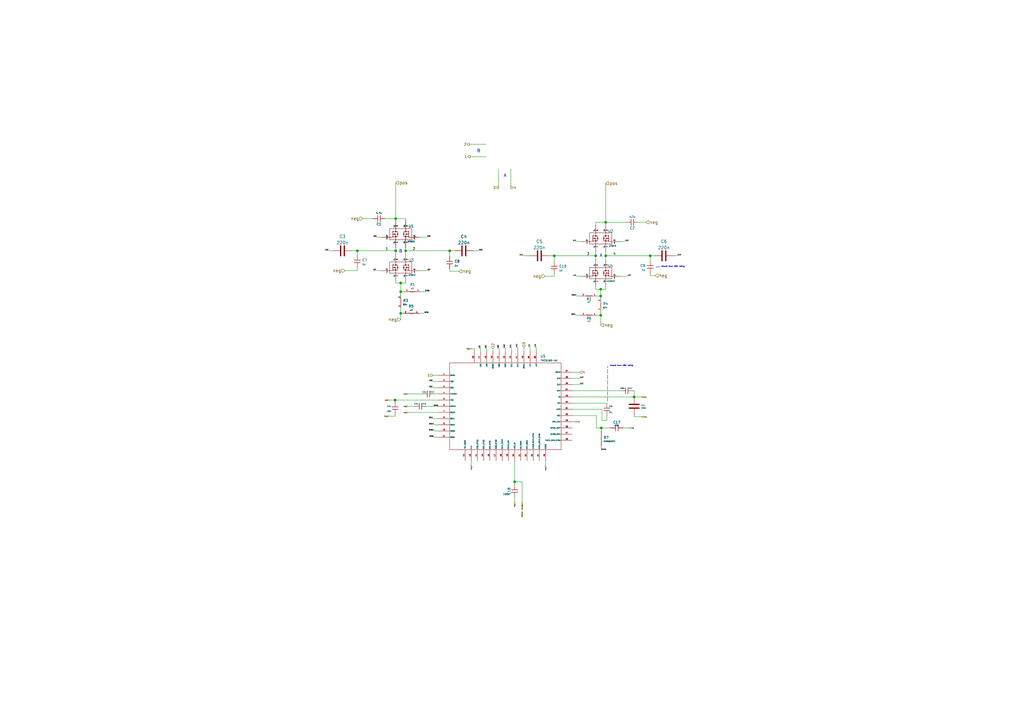
<source format=kicad_sch>
(kicad_sch (version 20211123) (generator eeschema)
  (paper "A3")
  (title_block (title "3D robot project - electronics") (rev "v0.9") (comment 1 "made by:") (comment 2 "AbdAlHaleem Bakkor Mustafa"))
  (lib_symbols
    (symbol "Capacitors:C0603xxxxxxxxxxx" (pin_numbers hide) (pin_names (offset 1.651) hide)
      (property "Reference" "C" (at 0 2.286 0))
      (property "Value" "C0603xxxxxxxxxxx" (at 0 -2.54 0))
      (symbol "C0603xxxxxxxxxxx_1_1"
        (polyline (pts (xy -0.508 -1.27) (xy -0.508 1.27)) (stroke (width 0.2032)))
        (polyline (pts (xy 0.508 -1.27) (xy 0.508 1.27)) (stroke (width 0.2032)))
        (pin unspecified line (at -2.54 0 0) (length 2) (name "") (number "1"))
        (pin unspecified line (at 2.54 0 180) (length 2) (name "2") (number "2"))
      )
    )
    (symbol "Device:C" (pin_numbers hide) (pin_names (offset 0.254))
      (property "Reference" "C" (at 0.635 2.54 0))
      (property "Value" "C" (at 0.635 -2.54 0))
      (symbol "C_0_1"
        (polyline (pts (xy -2.032 -0.762) (xy 2.032 -0.762)) (stroke (width 0.508)))
        (polyline (pts (xy -2.032 0.762) (xy 2.032 0.762)) (stroke (width 0.508)))
      )
      (symbol "C_1_1"
        (pin passive line (at 0 3.81 270) (length 2.794) (name "~") (number "1"))
        (pin passive line (at 0 -3.81 90) (length 2.794) (name "~") (number "2"))
      )
    )
    (symbol "E-MOSFETs:UT6K3" (pin_names (offset 0))
      (property "Reference" "U" (at 4.064 3.302 0))
      (property "Value" "UT6K3" (at 4.572 -3.302 0))
      (symbol "UT6K3_0_1"
        (rectangle (start -4.572 2.286) (end 4.572 -2.286) (stroke (width 0.1524)))
        (circle (center -2.032 -1.016) (radius 0.254) (stroke (width 0.01)) (fill (type outline)))
        (circle (center -2.032 1.016) (radius 0.254) (stroke (width 0.01)) (fill (type outline)))
        (polyline (pts (xy -3.302 -1.27) (xy -3.302 1.27)) (stroke (width 0.1524)))
        (polyline (pts (xy -3.048 -1.27) (xy -3.048 -0.762)) (stroke (width 0.1524)))
        (polyline (pts (xy -3.048 -0.254) (xy -3.048 0.254)) (stroke (width 0.1524)))
        (polyline (pts (xy -3.048 0.762) (xy -3.048 1.27)) (stroke (width 0.1524)))
        (polyline (pts (xy -3.048 1.016) (xy -2.032 1.016)) (stroke (width 0.1524)))
        (polyline (pts (xy -1.524 0.254) (xy -1.016 0.254)) (stroke (width 0.1524)))
        (polyline (pts (xy 1.524 0.254) (xy 1.016 0.254)) (stroke (width 0.1524)))
        (polyline (pts (xy 3.048 -1.27) (xy 3.048 -0.762)) (stroke (width 0.1524)))
        (polyline (pts (xy 3.048 -0.254) (xy 3.048 0.254)) (stroke (width 0.1524)))
        (polyline (pts (xy 3.048 0.762) (xy 3.048 1.27)) (stroke (width 0.1524)))
        (polyline (pts (xy 3.048 1.016) (xy 2.032 1.016)) (stroke (width 0.1524)))
        (polyline (pts (xy 3.302 -1.27) (xy 3.302 1.27)) (stroke (width 0.1524)))
        (polyline (pts (xy -2.032 1.016) (xy -1.27 1.016) (xy -1.27 0.254)) (stroke (width 0.1524)))
        (polyline (pts (xy -1.27 -0.254) (xy -1.27 -1.016) (xy -2.032 -1.016)) (stroke (width 0.1524)))
        (polyline (pts (xy 1.27 -0.254) (xy 1.27 -1.016) (xy 2.032 -1.016)) (stroke (width 0.1524)))
        (polyline (pts (xy 1.27 0.254) (xy 1.27 1.016) (xy 2.032 1.016)) (stroke (width 0.1524)))
        (polyline (pts (xy -3.048 0) (xy -2.032 0) (xy -2.032 -1.016) (xy -3.048 -1.016)) (stroke (width 0.1524)))
        (polyline (pts (xy -2.286 0.254) (xy -2.794 0) (xy -2.286 -0.254) (xy -2.286 0.254)) (stroke (width 0.1)) (fill (type outline)))
        (polyline (pts (xy -1.016 -0.254) (xy -1.27 0.254) (xy -1.524 -0.254) (xy -1.016 -0.254)) (stroke (width 0.1)) (fill (type outline)))
        (polyline (pts (xy 1.016 -0.254) (xy 1.27 0.254) (xy 1.524 -0.254) (xy 1.016 -0.254)) (stroke (width 0.1)) (fill (type outline)))
        (polyline (pts (xy 2.286 0.254) (xy 2.794 0) (xy 2.286 -0.254) (xy 2.286 0.254)) (stroke (width 0.1)) (fill (type outline)))
        (polyline (pts (xy 3.048 0) (xy 2.032 0) (xy 2.032 -1.016) (xy 3.048 -1.016)) (stroke (width 0.1524)))
        (circle (center 2.032 -1.016) (radius 0.254) (stroke (width 0.01)) (fill (type outline)))
        (circle (center 2.032 1.016) (radius 0.254) (stroke (width 0.01)) (fill (type outline)))
      )
      (symbol "UT6K3_1_1"
        (pin unspecified line (at -2.032 -5.588 90) (length 4.5) (name "S_{1}") (number "1"))
        (pin unspecified line (at -7.874 -1.27 0) (length 4.5) (name "G_{1}") (number "2"))
        (pin unspecified line (at 2.032 5.588 270) (length 4.5) (name "D_{2}") (number "3"))
        (pin unspecified line (at 2.032 -5.588 90) (length 4.5) (name "S_{2}") (number "4"))
        (pin unspecified line (at 7.874 -1.27 180) (length 4.5) (name "G_{2}") (number "5"))
        (pin unspecified line (at -2.032 5.588 270) (length 4.5) (name "D_{1}") (number "6"))
      )
    )
    (symbol "ICs:TMC5160-WA" (pin_names (offset 0.25))
      (property "Reference" "U" (at 21.59 19.05 0))
      (property "Value" "TMC5160-WA" (at 20.32 -18.542 0))
      (symbol "TMC5160-WA_1_1"
        (rectangle (start -22.86 17.78) (end 22.86 -17.78) (stroke (width 0.1524)))
        (pin unspecified line (at -27.432 12.7 0) (length 4.5) (name "BMB1") (number "1"))
        (pin input line (at -27.432 -10.16 0) (length 4.5) (name "SRBH") (number "10"))
        (pin input line (at -27.432 -12.7 0) (length 4.5) (name "SRBL") (number "11"))
        (pin input line (at -16.51 -22.352 90) (length 4.5) (name "TST_MODE") (number "12"))
        (pin input line (at -13.97 -22.352 90) (length 4.5) (name "CLK") (number "13"))
        (pin input line (at -11.43 -22.352 90) (length 4.5) (name "CSN_CFG3") (number "14"))
        (pin input line (at -8.89 -22.352 90) (length 4.5) (name "SCK_CFG2") (number "15"))
        (pin input line (at -6.35 -22.352 90) (length 4.5) (name "SDI_CFG1") (number "16"))
        (pin bidirectional line (at -3.81 -22.352 90) (length 4.5) (name "SDO_CFG0") (number "17"))
        (pin input line (at -1.27 -22.352 90) (length 4.5) (name "REFL_STEP") (number "18"))
        (pin input line (at 1.27 -22.352 90) (length 4.5) (name "REFR_DIR") (number "19"))
        (pin output line (at -27.432 10.16 0) (length 4.5) (name "HB1") (number "2"))
        (pin power_in line (at 3.81 -22.352 90) (length 4.5) (name "VCC_IO") (number "20"))
        (pin input line (at 6.35 -22.352 90) (length 4.5) (name "SD_MODE") (number "21"))
        (pin input line (at 8.89 -22.352 90) (length 4.5) (name "SPI_MODE") (number "22"))
        (pin input line (at 11.43 -22.352 90) (length 4.5) (name "ENCB_DCEN_CFG4") (number "23"))
        (pin input line (at 13.97 -22.352 90) (length 4.5) (name "ENCA_DCIN_CFG5") (number "24"))
        (pin power_in line (at 16.51 -22.352 90) (length 4.5) (name "GNDD") (number "25"))
        (pin bidirectional line (at 27.432 -13.97 180) (length 4.5) (name "ENCN_DCO_CFG6") (number "26"))
        (pin bidirectional line (at 27.432 -11.43 180) (length 4.5) (name "DIAG0_SWN") (number "27"))
        (pin bidirectional line (at 27.432 -8.89 180) (length 4.5) (name "DIAG1_SWP") (number "28"))
        (pin input line (at 27.432 -6.35 180) (length 4.5) (name "DRV_ENN") (number "29"))
        (pin unspecified line (at -27.432 7.62 0) (length 4.5) (name "CB1") (number "3"))
        (pin power_in line (at 27.432 -3.81 180) (length 4.5) (name "VCC") (number "30"))
        (pin output line (at 27.432 -1.27 180) (length 4.5) (name "CPO") (number "31"))
        (pin input line (at 27.432 1.27 180) (length 4.5) (name "CPI") (number "32"))
        (pin power_in line (at 27.432 3.81 180) (length 4.5) (name "VS") (number "33"))
        (pin power_in line (at 27.432 6.35 180) (length 4.5) (name "VCP") (number "34"))
        (pin unspecified line (at 27.432 8.89 180) (length 4.5) (name "CA2") (number "35"))
        (pin output line (at 27.432 11.43 180) (length 4.5) (name "HA2") (number "36"))
        (pin unspecified line (at 27.432 13.97 180) (length 4.5) (name "BMA2") (number "37"))
        (pin output line (at 12.7 22.352 270) (length 4.5) (name "LA2") (number "38"))
        (pin output line (at 10.16 22.352 270) (length 4.5) (name "LA1") (number "39"))
        (pin output line (at -27.432 5.08 0) (length 4.5) (name "12VOUT") (number "4"))
        (pin unspecified line (at 7.62 22.352 270) (length 4.5) (name "BMA1") (number "40"))
        (pin output line (at 5.08 22.352 270) (length 4.5) (name "HA1") (number "41"))
        (pin unspecified line (at 2.54 22.352 270) (length 4.5) (name "CA1") (number "42"))
        (pin unspecified line (at 0 22.352 270) (length 4.5) (name "CB2") (number "43"))
        (pin output line (at -2.54 22.352 270) (length 4.5) (name "HB2") (number "44"))
        (pin unspecified line (at -5.08 22.352 270) (length 4.5) (name "BMB2") (number "45"))
        (pin output line (at -7.62 22.352 270) (length 4.5) (name "LB2") (number "46"))
        (pin output line (at -10.16 22.352 270) (length 4.5) (name "LB1") (number "47"))
        (pin unspecified line (at -12.7 22.352 270) (length 4.5) (name "") (number "48"))
        (pin power_in line (at -27.432 2.54 0) (length 4.5) (name "VSA") (number "5"))
        (pin output line (at -27.432 0 0) (length 4.5) (name "5VOUT") (number "6"))
        (pin power_in line (at -27.432 -2.54 0) (length 4.5) (name "GNDA") (number "7"))
        (pin input line (at -27.432 -5.08 0) (length 4.5) (name "SRAL") (number "8"))
        (pin input line (at -27.432 -7.62 0) (length 4.5) (name "SRAH") (number "9"))
      )
    )
    (symbol "Resistors:GMR50HJBFWR082" (pin_names (offset 0) hide)
      (property "Reference" "R" (at 0 2.54 0))
      (property "Value" "GMR50HJBFWR082" (at 0 -2.794 0))
      (symbol "GMR50HJBFWR082_0_1"
        (polyline (pts (xy -0.762 -0.254) (xy -1.016 0)) (stroke (width 0.1)))
      )
      (symbol "GMR50HJBFWR082_1_1"
        (polyline (pts (xy -0.762 -0.254) (xy -0.508 0.254)) (stroke (width 0.1)))
        (polyline (pts (xy -0.508 0.254) (xy -0.254 -0.254)) (stroke (width 0.1)))
        (polyline (pts (xy -0.254 -0.254) (xy 0 0.254)) (stroke (width 0.1)))
        (polyline (pts (xy 0 0.254) (xy 0.254 -0.254)) (stroke (width 0.1)))
        (polyline (pts (xy 0.254 -0.254) (xy 0.508 0.254)) (stroke (width 0.1)))
        (polyline (pts (xy 0.508 0.254) (xy 0.762 -0.254)) (stroke (width 0.1)))
        (polyline (pts (xy 0.762 -0.254) (xy 1.016 0)) (stroke (width 0.1)))
        (pin unspecified line (at -2.54 0 0) (length 1.5) (name "1") (number "1"))
        (pin unspecified line (at 2.54 0 180) (length 1.5) (name "2") (number "2"))
      )
    )
    (symbol "Resistors:MCR03EZPFL" (pin_numbers hide) (pin_names (offset 0) hide)
      (property "Reference" "R" (at 0 1.27 0))
      (property "Value" "MCR03EZPFL" (at 0 -1.27 0))
      (symbol "MCR03EZPFL_0_1"
        (polyline (pts (xy -0.762 -0.254) (xy -1.016 0)) (stroke (width 0.1)))
      )
      (symbol "MCR03EZPFL_1_1"
        (polyline (pts (xy -0.762 -0.254) (xy -0.508 0.254)) (stroke (width 0.1)))
        (polyline (pts (xy -0.508 0.254) (xy -0.254 -0.254)) (stroke (width 0.1)))
        (polyline (pts (xy -0.254 -0.254) (xy 0 0.254)) (stroke (width 0.1)))
        (polyline (pts (xy 0 0.254) (xy 0.254 -0.254)) (stroke (width 0.1)))
        (polyline (pts (xy 0.254 -0.254) (xy 0.508 0.254)) (stroke (width 0.1)))
        (polyline (pts (xy 0.508 0.254) (xy 0.762 -0.254)) (stroke (width 0.1)))
        (polyline (pts (xy 0.762 -0.254) (xy 1.016 0)) (stroke (width 0.1)))
        (pin unspecified line (at -3.048 0 0) (length 2) (name "1") (number "1"))
        (pin unspecified line (at 3.048 0 180) (length 2) (name "2") (number "2"))
      )
    )
    (symbol "Resistors:MCR03EZPFX" (pin_names (offset 0))
      (property "Reference" "R" (at 0 1.778 0))
      (property "Value" "MCR03EZPFX" (at 0 -2.032 0))
      (symbol "MCR03EZPFX_0_1"
        (polyline (pts (xy -1.27 0) (xy -1.016 -0.254) (xy -0.762 0.254) (xy -0.508 -0.254) (xy -0.254 0.254) (xy 0 -0.254) (xy 0.254 0.254) (xy 0.508 -0.254) (xy 0.762 0.254) (xy 1.016 -0.254) (xy 1.27 0)) (stroke (width 0.1524)))
      )
      (symbol "MCR03EZPFX_1_1"
        (pin passive line (at -3.302 0 0) (length 2) (name "") (number "1"))
        (pin passive line (at 3.302 0 180) (length 2) (name "") (number "2"))
      )
    )
  )
  (junction (at 164.338 119.634))
  (junction (at 166.37 102.87))
  (junction (at 164.338 128.524))
  (junction (at 164.338 116.078))
  (junction (at 211.074 197.612))
  (junction (at 162.306 89.662))
  (junction (at 244.348 104.902))
  (junction (at 227.33 104.902))
  (junction (at 248.412 104.902))
  (junction (at 162.052 164.084))
  (junction (at 260.096 162.814))
  (junction (at 246.38 121.412))
  (junction (at 246.38 129.286))
  (junction (at 248.412 91.186))
  (junction (at 184.404 102.87))
  (junction (at 246.38 118.618))
  (junction (at 266.7 104.902))
  (junction (at 146.558 102.87))
  (junction (at 246.634 175.514))
  (junction (at 162.306 102.87))
  (wire (pts (xy 236.22 129.286) (xy 238.252 129.286)))
  (wire (pts (xy 166.37 116.078) (xy 166.37 115.316)))
  (wire (pts (xy 193.294 143.002) (xy 194.564 143.002)))
  (wire (pts (xy 177.8 171.704) (xy 179.832 171.704)))
  (wire (pts (xy 144.272 102.87) (xy 146.558 102.87)))
  (wire (pts (xy 234.696 165.354) (xy 248.92 165.354)))
  (wire (pts (xy 162.052 164.084) (xy 179.832 164.084)))
  (wire (pts (xy 248.412 91.186) (xy 248.412 92.202)))
  (wire (pts (xy 248.412 103.378) (xy 248.412 104.902)))
  (wire (pts (xy 166.37 89.662) (xy 162.306 89.662)))
  (wire (pts (xy 204.724 143.002) (xy 204.724 144.272)))
  (wire (pts (xy 211.074 203.962) (xy 211.074 205.994)))
  (wire (pts (xy 184.404 110.236) (xy 184.404 111.252)))
  (wire (pts (xy 166.37 90.424) (xy 166.37 89.662)))
  (wire (pts (xy 162.306 116.078) (xy 164.338 116.078)))
  (wire (pts (xy 162.306 89.662) (xy 162.306 90.424)))
  (wire (pts (xy 178.054 174.244) (xy 179.832 174.244)))
  (wire (pts (xy 162.052 169.926) (xy 162.052 170.688)))
  (wire (pts (xy 244.348 92.202) (xy 244.348 91.186)))
  (wire (pts (xy 194.564 144.272) (xy 194.564 143.002)))
  (wire (pts (xy 178.054 176.784) (xy 179.832 176.784)))
  (wire (pts (xy 214.63 104.902) (xy 217.424 104.902)))
  (wire (pts (xy 234.696 162.814) (xy 260.096 162.814)))
  (wire (pts (xy 177.546 153.924) (xy 179.832 153.924)))
  (wire (pts (xy 261.874 91.186) (xy 264.922 91.186)))
  (wire (pts (xy 246.38 129.286) (xy 246.38 133.35)))
  (wire (pts (xy 154.432 110.998) (xy 156.464 110.998)))
  (wire (pts (xy 164.338 119.634) (xy 165.862 119.634)))
  (polyline (pts (xy 268.986 109.474) (xy 271.018 109.474)))
  (wire (pts (xy 184.404 102.87) (xy 186.436 102.87)))
  (wire (pts (xy 162.306 74.93) (xy 162.306 89.662)))
  (wire (pts (xy 244.348 103.378) (xy 244.348 104.902)))
  (wire (pts (xy 164.338 128.524) (xy 165.354 128.524)))
  (wire (pts (xy 236.474 121.412) (xy 238.252 121.412)))
  (wire (pts (xy 260.096 170.434) (xy 260.096 170.942)))
  (wire (pts (xy 260.096 162.814) (xy 263.144 162.814)))
  (wire (pts (xy 234.696 157.734) (xy 237.744 157.734)))
  (wire (pts (xy 244.602 170.434) (xy 244.602 175.514)))
  (wire (pts (xy 248.412 75.184) (xy 248.412 91.186)))
  (wire (pts (xy 148.844 89.662) (xy 152.908 89.662)))
  (wire (pts (xy 162.052 164.084) (xy 162.052 164.846)))
  (wire (pts (xy 227.33 104.902) (xy 227.33 107.188)))
  (wire (pts (xy 175.006 166.624) (xy 179.832 166.624)))
  (wire (pts (xy 146.558 109.728) (xy 146.558 110.998)))
  (wire (pts (xy 248.412 118.618) (xy 246.38 118.618)))
  (wire (pts (xy 199.644 143.002) (xy 199.644 144.272)))
  (wire (pts (xy 146.558 110.998) (xy 141.478 110.998)))
  (wire (pts (xy 214.122 197.612) (xy 214.122 205.994)))
  (wire (pts (xy 259.588 160.274) (xy 260.096 160.274)))
  (wire (pts (xy 254.254 99.06) (xy 256.286 99.06)))
  (wire (pts (xy 146.558 102.87) (xy 162.306 102.87)))
  (wire (pts (xy 162.052 170.688) (xy 159.512 170.688)))
  (wire (pts (xy 172.212 110.998) (xy 175.006 110.998)))
  (wire (pts (xy 164.338 119.634) (xy 164.338 121.158)))
  (wire (pts (xy 260.096 170.942) (xy 263.144 170.942)))
  (wire (pts (xy 255.524 175.514) (xy 258.064 175.514)))
  (wire (pts (xy 184.404 102.87) (xy 184.404 105.156)))
  (wire (pts (xy 227.33 104.902) (xy 244.348 104.902)))
  (wire (pts (xy 167.386 166.624) (xy 169.926 166.624)))
  (wire (pts (xy 211.074 197.612) (xy 214.122 197.612)))
  (wire (pts (xy 276.098 104.902) (xy 277.876 104.902)))
  (wire (pts (xy 164.338 116.078) (xy 166.37 116.078)))
  (wire (pts (xy 225.044 104.902) (xy 227.33 104.902)))
  (wire (pts (xy 266.7 113.03) (xy 268.732 113.03)))
  (wire (pts (xy 248.412 117.602) (xy 248.412 118.618)))
  (wire (pts (xy 246.888 172.466) (xy 246.888 167.894)))
  (wire (pts (xy 246.38 129.286) (xy 244.856 129.286)))
  (wire (pts (xy 211.074 197.612) (xy 211.074 198.882)))
  (wire (pts (xy 254.254 113.284) (xy 257.302 113.284)))
  (wire (pts (xy 246.38 121.412) (xy 246.38 122.428)))
  (wire (pts (xy 197.104 143.002) (xy 197.104 144.272)))
  (wire (pts (xy 246.634 182.88) (xy 246.634 184.658)))
  (wire (pts (xy 214.884 142.494) (xy 214.884 144.272)))
  (wire (pts (xy 248.412 104.902) (xy 266.7 104.902)))
  (wire (pts (xy 248.412 104.902) (xy 248.412 106.426)))
  (wire (pts (xy 234.696 170.434) (xy 244.602 170.434)))
  (wire (pts (xy 166.37 101.6) (xy 166.37 102.87)))
  (wire (pts (xy 134.874 102.87) (xy 136.652 102.87)))
  (wire (pts (xy 244.602 175.514) (xy 246.634 175.514)))
  (wire (pts (xy 244.348 104.902) (xy 244.348 106.426)))
  (wire (pts (xy 227.33 113.284) (xy 223.52 113.284)))
  (wire (pts (xy 204.47 69.342) (xy 204.47 76.962)))
  (wire (pts (xy 192.532 59.182) (xy 199.39 59.182)))
  (wire (pts (xy 266.7 112.014) (xy 266.7 113.03)))
  (wire (pts (xy 172.466 119.634) (xy 174.244 119.634)))
  (wire (pts (xy 227.33 112.268) (xy 227.33 113.284)))
  (wire (pts (xy 266.7 104.902) (xy 266.7 106.934)))
  (wire (pts (xy 172.212 97.282) (xy 175.006 97.282)))
  (wire (pts (xy 178.308 161.544) (xy 179.832 161.544)))
  (wire (pts (xy 248.92 172.466) (xy 246.888 172.466)))
  (wire (pts (xy 236.474 113.284) (xy 238.506 113.284)))
  (wire (pts (xy 177.546 159.004) (xy 179.832 159.004)))
  (wire (pts (xy 212.344 142.494) (xy 212.344 144.272)))
  (wire (pts (xy 162.306 101.6) (xy 162.306 102.87)))
  (wire (pts (xy 234.696 152.654) (xy 237.744 152.654)))
  (wire (pts (xy 246.634 175.514) (xy 246.634 176.784)))
  (wire (pts (xy 248.412 91.186) (xy 256.794 91.186)))
  (wire (pts (xy 246.888 167.894) (xy 234.696 167.894)))
  (wire (pts (xy 209.804 142.748) (xy 209.804 144.272)))
  (wire (pts (xy 167.386 169.164) (xy 179.832 169.164)))
  (wire (pts (xy 162.306 115.316) (xy 162.306 116.078)))
  (wire (pts (xy 157.988 89.662) (xy 162.306 89.662)))
  (wire (pts (xy 244.856 121.412) (xy 246.38 121.412)))
  (wire (pts (xy 154.686 97.282) (xy 156.464 97.282)))
  (wire (pts (xy 162.306 102.87) (xy 162.306 104.14)))
  (wire (pts (xy 202.184 143.002) (xy 202.184 144.272)))
  (wire (pts (xy 246.38 118.618) (xy 244.348 118.618)))
  (wire (pts (xy 171.958 128.524) (xy 173.99 128.524)))
  (wire (pts (xy 192.786 64.262) (xy 199.39 64.262)))
  (polyline (pts (xy 249.174 164.592) (xy 249.174 150.114)))
  (wire (pts (xy 266.7 104.902) (xy 268.478 104.902)))
  (wire (pts (xy 217.424 142.494) (xy 217.424 144.272)))
  (wire (pts (xy 244.348 91.186) (xy 248.412 91.186)))
  (wire (pts (xy 248.92 170.434) (xy 248.92 172.466)))
  (wire (pts (xy 193.294 188.976) (xy 193.294 190.754)))
  (wire (pts (xy 234.696 155.194) (xy 237.744 155.194)))
  (wire (pts (xy 219.964 142.494) (xy 219.964 144.272)))
  (wire (pts (xy 164.338 116.078) (xy 164.338 119.634)))
  (wire (pts (xy 164.338 126.238) (xy 164.338 128.524)))
  (wire (pts (xy 194.056 102.87) (xy 196.342 102.87)))
  (wire (pts (xy 166.37 102.87) (xy 184.404 102.87)))
  (wire (pts (xy 246.38 118.618) (xy 246.38 121.412)))
  (wire (pts (xy 223.774 188.976) (xy 223.774 191.008)))
  (wire (pts (xy 207.264 142.748) (xy 207.264 144.272)))
  (wire (pts (xy 246.38 127.508) (xy 246.38 129.286)))
  (wire (pts (xy 234.696 172.974) (xy 235.966 172.974)))
  (wire (pts (xy 234.696 160.274) (xy 254.508 160.274)))
  (wire (pts (xy 260.096 160.274) (xy 260.096 162.814)))
  (wire (pts (xy 184.404 111.252) (xy 188.214 111.252)))
  (wire (pts (xy 166.37 102.87) (xy 166.37 104.14)))
  (wire (pts (xy 177.546 156.464) (xy 179.832 156.464)))
  (wire (pts (xy 236.474 99.06) (xy 238.506 99.06)))
  (wire (pts (xy 167.386 161.544) (xy 173.228 161.544)))
  (wire (pts (xy 244.348 118.618) (xy 244.348 117.602)))
  (wire (pts (xy 164.338 128.524) (xy 164.338 131.064)))
  (wire (pts (xy 178.054 179.324) (xy 179.832 179.324)))
  (wire (pts (xy 209.55 69.342) (xy 209.55 76.962)))
  (wire (pts (xy 159.766 164.084) (xy 162.052 164.084)))
  (wire (pts (xy 146.558 102.87) (xy 146.558 104.648)))
  (wire (pts (xy 246.634 175.514) (xy 250.444 175.514)))
  (wire (pts (xy 211.074 188.976) (xy 211.074 197.612)))
  (text "should have 100V rating" (at 271.272 109.728 0) (effects (font (size 0.5 0.5)) (justify left bottom)))
  (text "B" (at 163.576 103.886 0) (effects (font (size 1.27 1.27)) (justify left bottom)))
  (text "A" (at 245.872 105.664 0) (effects (font (size 1.27 1.27)) (justify left bottom)))
  (text "should have 100V rating" (at 250.19 150.368 0) (effects (font (size 0.5 0.5)) (justify left bottom)))
  (text "B" (at 195.58 62.738 0) (effects (font (size 1.27 1.27)) (justify left bottom)))
  (text "A" (at 206.502 72.898 0) (effects (font (size 1.27 1.27)) (justify left bottom)))
  (label "1" (at 159.258 102.87 180) (effects (font (size 1 1))))
  (label "SRBH" (at 174.244 119.634 0) (effects (font (size 0.5 0.5))))
  (label "2" (at 169.164 102.87 0) (effects (font (size 1 1))))
  (label "SRAL" (at 236.22 129.286 180) (effects (font (size 0.5 0.5))))
  (label "temp" (at 177.8 166.624 0) (effects (font (size 0.5 0.5))))
  (label "LB2" (at 199.644 143.002 90) (effects (font (size 0.5 0.5))))
  (label "LA1" (at 217.424 142.494 90) (effects (font (size 0.5 0.5))))
  (label "HA1" (at 212.344 142.494 90) (effects (font (size 0.5 0.5))))
  (label "LA1" (at 236.474 113.284 180) (effects (font (size 0.5 0.5))))
  (label "SRAL" (at 177.8 171.704 180) (effects (font (size 0.5 0.5))))
  (label "CA1" (at 209.804 142.748 90) (effects (font (size 0.5 0.5))))
  (label "CA1" (at 214.63 104.902 180) (effects (font (size 0.5 0.5))))
  (label "SRBL" (at 178.054 179.324 180) (effects (font (size 0.5 0.5))))
  (label "LA2" (at 219.964 142.494 90) (effects (font (size 0.5 0.5))))
  (label "CA2" (at 237.744 157.734 0) (effects (font (size 0.5 0.5))))
  (label "LB1" (at 197.104 143.002 90) (effects (font (size 0.5 0.5))))
  (label "CB2" (at 196.342 102.87 0) (effects (font (size 0.5 0.5))))
  (label "3" (at 241.808 104.902 180) (effects (font (size 1 1))))
  (label "HB2" (at 175.006 97.282 0) (effects (font (size 0.5 0.5))))
  (label "HB1" (at 177.546 156.464 180) (effects (font (size 0.5 0.5))))
  (label "CB1" (at 177.546 159.004 180) (effects (font (size 0.5 0.5))))
  (label "CB2" (at 207.264 142.748 90) (effects (font (size 0.5 0.5))))
  (label "LB1" (at 154.432 110.998 180) (effects (font (size 0.5 0.5))))
  (label "HB1" (at 154.686 97.282 180) (effects (font (size 0.5 0.5))))
  (label "temp" (at 246.634 184.658 0) (effects (font (size 0.5 0.5))))
  (label "HA2" (at 256.286 99.06 0) (effects (font (size 0.5 0.5))))
  (label "4" (at 251.46 104.902 0) (effects (font (size 1 1))))
  (label "SRBL" (at 173.99 128.524 0) (effects (font (size 0.5 0.5))))
  (label "HA2" (at 237.744 155.194 0) (effects (font (size 0.5 0.5))))
  (label "SRAH" (at 236.474 121.412 180) (effects (font (size 0.5 0.5))))
  (label "LA2" (at 257.302 113.284 0) (effects (font (size 0.5 0.5))))
  (label "LB2" (at 175.006 110.998 0) (effects (font (size 0.5 0.5))))
  (label "SRAH" (at 178.054 174.244 180) (effects (font (size 0.5 0.5))))
  (label "SRBH" (at 178.054 176.784 180) (effects (font (size 0.5 0.5))))
  (label "CA2" (at 277.876 104.902 0) (effects (font (size 0.5 0.5))))
  (label "CB1" (at 134.874 102.87 180) (effects (font (size 0.5 0.5))))
  (label "HB2" (at 204.724 143.002 90) (effects (font (size 0.5 0.5))))
  (label "HA1" (at 236.474 99.06 180) (effects (font (size 0.5 0.5))))
  (hierarchical_label "1" (shape output) (at 192.786 64.262 180) (effects (font (size 1 1))))
  (hierarchical_label "~En" (shape input) (at 235.966 172.974 0) (effects (font (size 0.5 0.5))))
  (hierarchical_label "4" (shape output) (at 209.55 76.962 0) (effects (font (size 1 1))))
  (hierarchical_label "neg" (shape input) (at 193.294 143.002 180) (effects (font (size 0.5 0.5))))
  (hierarchical_label "Digital voltage" (shape input) (at 214.122 205.994 270) (effects (font (size 0.5 0.5))))
  (hierarchical_label "3" (shape output) (at 204.47 76.962 180) (effects (font (size 1 1))))
  (hierarchical_label "neg" (shape input) (at 164.338 131.064 180))
  (hierarchical_label "neg" (shape input) (at 223.774 191.008 270) (effects (font (size 0.5 0.5))))
  (hierarchical_label "neg" (shape input) (at 188.214 111.252 0))
  (hierarchical_label "neg" (shape input) (at 167.386 161.544 180) (effects (font (size 0.5 0.5))))
  (hierarchical_label "4" (shape input) (at 237.744 152.654 0) (effects (font (size 1 1))))
  (hierarchical_label "1" (shape input) (at 177.546 153.924 180) (effects (font (size 1 1))))
  (hierarchical_label "neg" (shape input) (at 268.732 113.03 0))
  (hierarchical_label "neg" (shape input) (at 148.844 89.662 180))
  (hierarchical_label "pos" (shape input) (at 248.412 75.184 0))
  (hierarchical_label "neg" (shape input) (at 263.144 170.942 0) (effects (font (size 0.5 0.5))))
  (hierarchical_label "neg" (shape input) (at 141.478 110.998 180))
  (hierarchical_label "pos" (shape input) (at 162.306 74.93 0))
  (hierarchical_label "neg" (shape input) (at 223.52 113.284 180))
  (hierarchical_label "neg" (shape input) (at 264.922 91.186 0))
  (hierarchical_label "neg" (shape input) (at 167.386 166.624 180) (effects (font (size 0.5 0.5))))
  (hierarchical_label "neg" (shape input) (at 159.512 170.688 180) (effects (font (size 0.5 0.5))))
  (hierarchical_label "neg" (shape input) (at 211.074 205.994 270) (effects (font (size 0.5 0.5))))
  (hierarchical_label "2" (shape output) (at 192.532 59.182 180) (effects (font (size 1 1))))
  (hierarchical_label "pos" (shape input) (at 263.144 162.814 0) (effects (font (size 0.5 0.5))))
  (hierarchical_label "neg" (shape input) (at 258.064 175.514 0) (effects (font (size 0.5 0.5))))
  (hierarchical_label "neg" (shape input) (at 167.386 169.164 180) (effects (font (size 0.5 0.5))))
  (hierarchical_label "neg" (shape input) (at 193.294 190.754 270) (effects (font (size 0.5 0.5))))
  (hierarchical_label "neg" (shape input) (at 246.38 133.35 0))
  (hierarchical_label "pos" (shape input) (at 159.766 164.084 180) (effects (font (size 0.5 0.5))))
  (hierarchical_label "3" (shape input) (at 214.884 142.494 90) (effects (font (size 1 1))))
  (hierarchical_label "2" (shape input) (at 202.184 143.002 90) (effects (font (size 1 1))))
  (symbol (lib_id "Capacitors:C0603xxxxxxxxxxx") (at 184.404 107.696 270) (unit 1)
    (property "Reference" "C8" (at 186.4106 107.179 90) (effects (font (size 1 1)) (justify left)))
    (property "Value" "1n" (at 186.4106 108.9609 90) (effects (font (size 0.7 0.7)) (justify left)))
    (property "Footprint" "Capacitors:C0603X105J4RACTU" (effects hide))
    (property "Datasheet" "https://connect.kemet.com:7667/gateway/IntelliData-ComponentDocumentation/1.0/download/datasheet/C0603X105J4RACTU.pdf" (effects hide))
  )
  (symbol (lib_id "E-MOSFETs:UT6K3") (at 164.338 109.728 0) (unit 1)
    (property "Reference" "U3" (at 168.656 106.68 0) (effects (font (size 1 1))))
    (property "Value" "UT6K3" (at 168.91 112.776 0) (effects (font (size 0.6 0.6))))
    (property "Footprint" "E-MOSFETs:UT6K3TCR" (effects hide))
    (property "Datasheet" "https://fscdn.rohm.com/en/products/databook/datasheet/discrete/transistor/mosfet/ut6k3tcr-e.pdf" (effects hide))
    (property "Spice_Primitive" "X" (effects hide))
    (property "Spice_Model" "UT6K3_DUAL" (effects hide))
    (property "Spice_Netlist_Enabled" "Y" (effects hide))
    (property "Spice_Lib_File" "/home/abode/data/work/circuits_design/ngspice/vendors/E-MOSFETs.lib" (effects hide))
  )
  (symbol (lib_id "Capacitors:C0603xxxxxxxxxxx") (at 248.92 167.894 270) (unit 1)
    (property "Reference" "C16" (at 250.444 166.624 90) (effects (font (size 0.5 0.5))))
    (property "Value" "22n" (at 249.682 169.164 90) (effects (font (size 0.5 0.5)) (justify left)))
    (property "Footprint" "Capacitors:C0603X105J4RACTU" (effects hide))
    (property "Datasheet" "https://connect.kemet.com:7667/gateway/IntelliData-ComponentDocumentation/1.0/download/datasheet/C0603X105J4RACTU.pdf" (effects hide))
  )
  (symbol (lib_id "Resistors:GMR50HJBFWR082") (at 246.38 124.968 90) (unit 1)
    (property "Reference" "R4" (at 247.319 124.5624 90) (effects (font (size 1 1)) (justify right)))
    (property "Value" "82m" (at 247.319 126.1646 90) (effects (font (size 0.5 0.5)) (justify right)))
    (property "Footprint" "Resistors:GMR50HJBFWR082" (effects hide))
    (property "Datasheet" "https://fscdn.rohm.com/en/products/databook/datasheet/passive/resistor/chip_resistor/gmr-e.pdf" (effects hide))
    (property "Spice_Primitive" "R" (effects hide))
    (property "Spice_Model" "82m" (effects hide))
    (property "Spice_Netlist_Enabled" "Y" (effects hide))
  )
  (symbol (lib_id "Resistors:GMR50HJBFWR082") (at 164.338 123.698 90) (unit 1)
    (property "Reference" "R3" (at 165.277 123.2924 90) (effects (font (size 1 1)) (justify right)))
    (property "Value" "82m" (at 165.277 124.8946 90) (effects (font (size 0.5 0.5)) (justify right)))
    (property "Footprint" "Resistors:GMR50HJBFWR082" (effects hide))
    (property "Datasheet" "https://fscdn.rohm.com/en/products/databook/datasheet/passive/resistor/chip_resistor/gmr-e.pdf" (effects hide))
    (property "Spice_Primitive" "R" (effects hide))
    (property "Spice_Model" "82m" (effects hide))
    (property "Spice_Netlist_Enabled" "Y" (effects hide))
  )
  (symbol (lib_id "Device:C") (at 260.096 166.624 0) (unit 1)
    (property "Reference" "C14" (at 263.017 166.2184 0) (effects (font (size 0.5 0.5)) (justify left)))
    (property "Value" "220n" (at 263.017 167.3712 0) (effects (font (size 0.5 0.5)) (justify left)))
    (property "Footprint" "Capacitors:C0603X105J4RACTU" (effects hide))
  )
  (symbol (lib_id "Capacitors:C0603xxxxxxxxxxx") (at 175.768 161.544 0) (unit 1)
    (property "Reference" "C12" (at 177.292 160.782 0) (effects (font (size 0.5 0.5))))
    (property "Value" "2.2u" (at 173.99 160.782 0) (effects (font (size 0.5 0.5))))
    (property "Footprint" "Capacitors:C0603X105J4RACTU" (effects hide))
    (property "Datasheet" "https://connect.kemet.com:7667/gateway/IntelliData-ComponentDocumentation/1.0/download/datasheet/C0603X105J4RACTU.pdf" (effects hide))
  )
  (symbol (lib_id "Resistors:MCR03EZPFX") (at 241.554 129.286 180) (unit 1)
    (property "Reference" "R6" (at 241.554 130.556 0) (effects (font (size 1 1))))
    (property "Value" "47" (at 241.554 131.826 0) (effects (font (size 0.6 0.6))))
    (property "Footprint" "Resistors:MCR03EZPFX" (effects hide))
    (property "Datasheet" "https://fscdn.rohm.com/en/products/databook/datasheet/passive/resistor/chip_resistor/mcr-e.pdf" (effects hide))
  )
  (symbol (lib_id "Capacitors:C0603xxxxxxxxxxx") (at 252.984 175.514 0) (unit 1)
    (property "Reference" "C17" (at 252.984 173.228 0) (effects (font (size 1 1))))
    (property "Value" "470n" (at 252.984 174.498 0) (effects (font (size 0.5 0.5))))
    (property "Footprint" "Capacitors:C0603X105J4RACTU" (effects hide))
    (property "Datasheet" "https://connect.kemet.com:7667/gateway/IntelliData-ComponentDocumentation/1.0/download/datasheet/C0603X105J4RACTU.pdf" (effects hide))
  )
  (symbol (lib_id "Capacitors:C0603xxxxxxxxxxx") (at 172.466 166.624 0) (unit 1)
    (property "Reference" "C13" (at 173.99 165.608 0) (effects (font (size 0.5 0.5))))
    (property "Value" "2.2u" (at 170.688 165.608 0) (effects (font (size 0.5 0.5))))
    (property "Footprint" "Capacitors:C0603X105J4RACTU" (effects hide))
    (property "Datasheet" "https://connect.kemet.com:7667/gateway/IntelliData-ComponentDocumentation/1.0/download/datasheet/C0603X105J4RACTU.pdf" (effects hide))
  )
  (symbol (lib_id "Capacitors:C0603xxxxxxxxxxx") (at 211.074 201.422 90) (unit 1)
    (property "Reference" "C18" (at 208.788 201.422 0) (effects (font (size 1 1))))
    (property "Value" "100n" (at 209.0674 202.6869 90) (effects (font (size 0.7 0.7)) (justify left)))
    (property "Footprint" "Capacitors:C0603X105J4RACTU" (effects hide))
    (property "Datasheet" "https://connect.kemet.com:7667/gateway/IntelliData-ComponentDocumentation/1.0/download/datasheet/C0603X105J4RACTU.pdf" (effects hide))
  )
  (symbol (lib_id "Capacitors:C0603xxxxxxxxxxx") (at 155.448 89.662 180) (unit 1)
    (property "Reference" "C1" (at 155.448 91.948 0) (effects (font (size 1 1))))
    (property "Value" "4.7u" (at 155.448 87.3775 0) (effects (font (size 0.7 0.7))))
    (property "Footprint" "Capacitors:C0603X105J4RACTU" (effects hide))
    (property "Datasheet" "https://connect.kemet.com:7667/gateway/IntelliData-ComponentDocumentation/1.0/download/datasheet/C0603X105J4RACTU.pdf" (effects hide))
  )
  (symbol (lib_id "Device:C") (at 272.288 104.902 90) (unit 1)
    (property "Reference" "C6" (at 272.288 99.0432 90))
    (property "Value" "220n" (at 272.288 101.5801 90))
    (property "Footprint" "Capacitors:C0603X105J4RACTU" (effects hide))
  )
  (symbol (lib_id "ICs:TMC5160-WA") (at 207.264 166.624 0) (unit 1)
    (property "Reference" "U5" (at 221.6151 146.073 0) (effects (font (size 1 1)) (justify left)))
    (property "Value" "TMC5160-WA" (at 221.6151 147.8549 0) (effects (font (size 0.7 0.7)) (justify left)))
    (property "Footprint" "ICs:TMC5160-WA" (effects hide))
    (property "Datasheet" "https://www.trinamic.com/fileadmin/assets/Products/ICs_Documents/TMC5160A_datasheet_rev1.17.pdf" (effects hide))
  )
  (symbol (lib_id "Capacitors:C0603xxxxxxxxxxx") (at 266.7 109.474 270) (unit 1)
    (property "Reference" "C9" (at 264.6935 108.957 90) (effects (font (size 1 1)) (justify right)))
    (property "Value" "1n" (at 264.6935 110.7389 90) (effects (font (size 0.7 0.7)) (justify right)))
    (property "Footprint" "Capacitors:C0603X105J4RACTU" (effects hide))
    (property "Datasheet" "https://connect.kemet.com:7667/gateway/IntelliData-ComponentDocumentation/1.0/download/datasheet/C0603X105J4RACTU.pdf" (effects hide))
  )
  (symbol (lib_id "E-MOSFETs:UT6K3") (at 246.38 112.014 0) (unit 1)
    (property "Reference" "U4" (at 250.444 108.966 0) (effects (font (size 1 1))))
    (property "Value" "UT6K3" (at 250.698 115.316 0) (effects (font (size 0.6 0.6))))
    (property "Footprint" "E-MOSFETs:UT6K3TCR" (effects hide))
    (property "Datasheet" "https://fscdn.rohm.com/en/products/databook/datasheet/discrete/transistor/mosfet/ut6k3tcr-e.pdf" (effects hide))
    (property "Spice_Primitive" "X" (effects hide))
    (property "Spice_Model" "UT6K3_DUAL" (effects hide))
    (property "Spice_Netlist_Enabled" "Y" (effects hide))
    (property "Spice_Lib_File" "/home/abode/data/work/circuits_design/ngspice/vendors/E-MOSFETs.lib" (effects hide))
  )
  (symbol (lib_id "Resistors:MCR03EZPFL") (at 246.634 179.832 90) (unit 1)
    (property "Reference" "R7" (at 247.573 179.4264 90) (effects (font (size 1 1)) (justify right)))
    (property "Value" "MCR03EZPFL" (at 247.573 181.0286 90) (effects (font (size 0.5 0.5)) (justify right)))
    (property "Footprint" "Resistors:MCR03EZPFL" (effects hide))
    (property "Datasheet" "https://fscdn.rohm.com/en/products/databook/datasheet/passive/resistor/chip_resistor/mcr-low-e.pdf" (effects hide))
  )
  (symbol (lib_id "Capacitors:C0603xxxxxxxxxxx") (at 146.558 107.188 270) (unit 1)
    (property "Reference" "C7" (at 148.5646 106.671 90) (effects (font (size 1 1)) (justify left)))
    (property "Value" "1n" (at 148.5646 108.4529 90) (effects (font (size 0.7 0.7)) (justify left)))
    (property "Footprint" "Capacitors:C0603X105J4RACTU" (effects hide))
    (property "Datasheet" "https://connect.kemet.com:7667/gateway/IntelliData-ComponentDocumentation/1.0/download/datasheet/C0603X105J4RACTU.pdf" (effects hide))
  )
  (symbol (lib_id "Capacitors:C0603xxxxxxxxxxx") (at 162.052 167.386 90) (unit 1)
    (property "Reference" "C15" (at 159.512 166.624 90) (effects (font (size 0.5 0.5))))
    (property "Value" "100n" (at 160.528 168.656 90) (effects (font (size 0.5 0.5)) (justify left)))
    (property "Footprint" "Capacitors:C0603X105J4RACTU" (effects hide))
    (property "Datasheet" "https://connect.kemet.com:7667/gateway/IntelliData-ComponentDocumentation/1.0/download/datasheet/C0603X105J4RACTU.pdf" (effects hide))
  )
  (symbol (lib_id "Resistors:MCR03EZPFX") (at 241.554 121.412 180) (unit 1)
    (property "Reference" "R2" (at 241.554 122.682 0) (effects (font (size 1 1))))
    (property "Value" "47" (at 241.554 123.952 0) (effects (font (size 0.6 0.6))))
    (property "Footprint" "Resistors:MCR03EZPFX" (effects hide))
    (property "Datasheet" "https://fscdn.rohm.com/en/products/databook/datasheet/passive/resistor/chip_resistor/mcr-e.pdf" (effects hide))
  )
  (symbol (lib_id "Resistors:MCR03EZPFX") (at 169.164 119.634 180) (unit 1)
    (property "Reference" "R1" (at 169.164 116.7204 0) (effects (font (size 1 1))))
    (property "Value" "47" (at 169.164 118.4125 0) (effects (font (size 0.6 0.6))))
    (property "Footprint" "Resistors:MCR03EZPFX" (effects hide))
    (property "Datasheet" "https://fscdn.rohm.com/en/products/databook/datasheet/passive/resistor/chip_resistor/mcr-e.pdf" (effects hide))
  )
  (symbol (lib_id "E-MOSFETs:UT6K3") (at 246.38 97.79 0) (unit 1)
    (property "Reference" "U2" (at 250.444 94.742 0) (effects (font (size 1 1))))
    (property "Value" "UT6K3" (at 251.206 100.838 0) (effects (font (size 0.6 0.6))))
    (property "Footprint" "E-MOSFETs:UT6K3TCR" (effects hide))
    (property "Datasheet" "https://fscdn.rohm.com/en/products/databook/datasheet/discrete/transistor/mosfet/ut6k3tcr-e.pdf" (effects hide))
    (property "Spice_Primitive" "X" (effects hide))
    (property "Spice_Model" "UT6K3_DUAL" (effects hide))
    (property "Spice_Netlist_Enabled" "Y" (effects hide))
    (property "Spice_Lib_File" "/home/abode/data/work/circuits_design/ngspice/vendors/E-MOSFETs.lib" (effects hide))
  )
  (symbol (lib_id "Device:C") (at 190.246 102.87 90) (unit 1)
    (property "Reference" "C4" (at 190.246 97.0112 90))
    (property "Value" "220n" (at 190.246 99.5481 90))
    (property "Footprint" "Capacitors:C0603X105J4RACTU" (effects hide))
  )
  (symbol (lib_id "E-MOSFETs:UT6K3") (at 164.338 96.012 0) (unit 1)
    (property "Reference" "U1" (at 168.656 92.71 0) (effects (font (size 1 1))))
    (property "Value" "UT6K3" (at 168.656 99.06 0) (effects (font (size 0.6 0.6))))
    (property "Footprint" "E-MOSFETs:UT6K3TCR" (effects hide))
    (property "Datasheet" "https://fscdn.rohm.com/en/products/databook/datasheet/discrete/transistor/mosfet/ut6k3tcr-e.pdf" (effects hide))
    (property "Spice_Primitive" "X" (effects hide))
    (property "Spice_Model" "UT6K3_DUAL" (effects hide))
    (property "Spice_Netlist_Enabled" "Y" (effects hide))
    (property "Spice_Lib_File" "/home/abode/data/work/circuits_design/ngspice/vendors/E-MOSFETs.lib" (effects hide))
  )
  (symbol (lib_id "Device:C") (at 140.462 102.87 90) (unit 1)
    (property "Reference" "C3" (at 140.462 97.0112 90))
    (property "Value" "220n" (at 140.462 99.5481 90))
    (property "Footprint" "Capacitors:C0603X105J4RACTU" (effects hide))
  )
  (symbol (lib_id "Resistors:MCR03EZPFX") (at 168.656 128.524 180) (unit 1)
    (property "Reference" "R5" (at 168.656 125.6104 0) (effects (font (size 1 1))))
    (property "Value" "47" (at 168.656 127.3025 0) (effects (font (size 0.6 0.6))))
    (property "Footprint" "Resistors:MCR03EZPFX" (effects hide))
    (property "Datasheet" "https://fscdn.rohm.com/en/products/databook/datasheet/passive/resistor/chip_resistor/mcr-e.pdf" (effects hide))
  )
  (symbol (lib_id "Capacitors:C0603xxxxxxxxxxx") (at 259.334 91.186 180) (unit 1)
    (property "Reference" "C2" (at 259.334 93.472 0) (effects (font (size 1 1))))
    (property "Value" "4.7u" (at 259.334 88.9015 0) (effects (font (size 0.7 0.7))))
    (property "Footprint" "Capacitors:C0603X105J4RACTU" (effects hide))
    (property "Datasheet" "https://connect.kemet.com:7667/gateway/IntelliData-ComponentDocumentation/1.0/download/datasheet/C0603X105J4RACTU.pdf" (effects hide))
  )
  (symbol (lib_id "Device:C") (at 221.234 104.902 270) (unit 1)
    (property "Reference" "C5" (at 221.234 99.0432 90))
    (property "Value" "220n" (at 221.234 101.5801 90))
    (property "Footprint" "Capacitors:C0603X105J4RACTU" (effects hide))
  )
  (symbol (lib_id "Capacitors:C0603xxxxxxxxxxx") (at 227.33 109.728 270) (unit 1)
    (property "Reference" "C10" (at 229.3366 109.211 90) (effects (font (size 1 1)) (justify left)))
    (property "Value" "1n" (at 229.3366 110.9929 90) (effects (font (size 0.7 0.7)) (justify left)))
    (property "Footprint" "Capacitors:C0603X105J4RACTU" (effects hide))
    (property "Datasheet" "https://connect.kemet.com:7667/gateway/IntelliData-ComponentDocumentation/1.0/download/datasheet/C0603X105J4RACTU.pdf" (effects hide))
  )
  (symbol (lib_id "Capacitors:C0603xxxxxxxxxxx") (at 257.048 160.274 0) (unit 1)
    (property "Reference" "C11" (at 258.572 159.258 0) (effects (font (size 0.5 0.5))))
    (property "Value" "100n" (at 255.27 159.258 0) (effects (font (size 0.5 0.5))))
    (property "Footprint" "Capacitors:C0603X105J4RACTU" (effects hide))
    (property "Datasheet" "https://connect.kemet.com:7667/gateway/IntelliData-ComponentDocumentation/1.0/download/datasheet/C0603X105J4RACTU.pdf" (effects hide))
  )
)
</source>
